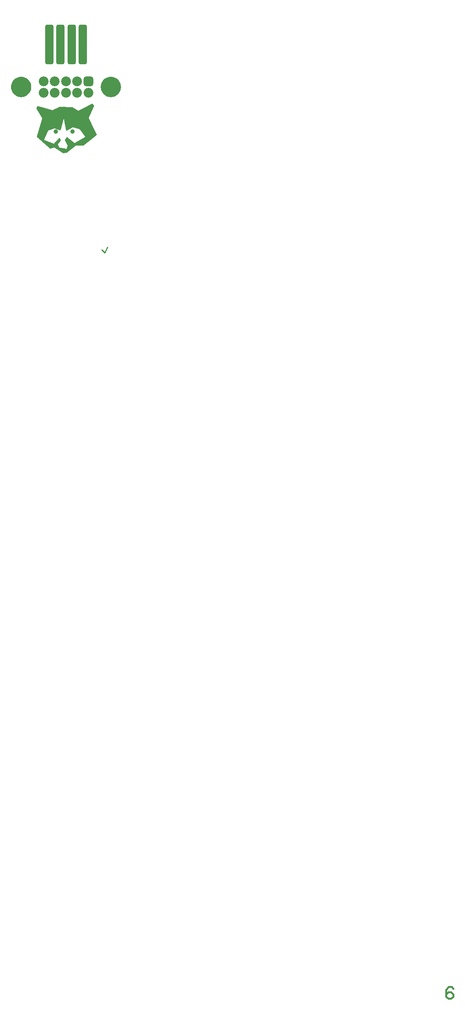
<source format=gbs>
G04*
G04  File:            CL_INTERFACE_8PIN_ADAPTER_(PCAD2006).GBS, Thu Oct 24 18:45:35 2019*
G04  Source:          P-CAD 2006 PCB, Version 19.02.958, (D:\retrocomputing\CL-interface\git\usb-current-loop-converter\pcb\cl_interface_8pin_adapter_(pcad2006).pcb)*
G04  Format:          Gerber Format (RS-274-D), ASCII*
G04*
G04  Format Options:  Absolute Positioning*
G04                   Leading-Zero Suppression*
G04                   Scale Factor 1:1*
G04                   NO Circular Interpolation*
G04                   Millimeter Units*
G04                   Numeric Format: 5.3 (XXXXX.XXX)*
G04                   G54 NOT Used for Aperture Change*
G04                   Apertures Embedded*
G04*
G04  File Options:    Offset = (0.000mm,0.000mm)*
G04                   Drill Symbol Size = 2.032mm*
G04                   No Pad/Via Holes*
G04*
G04  File Contents:   Pads*
G04                   No Vias*
G04                   No Designators*
G04                   No Types*
G04                   No Values*
G04                   No Drill Symbols*
G04                   Bot Mask*
G04*
%INCL_INTERFACE_8PIN_ADAPTER_(PCAD2006).GBS*%
%ICAS*%
%MOMM*%
G04*
G04  Aperture MACROs for general use --- invoked via D-code assignment *
G04*
G04  General MACRO for flashed round with rotation and/or offset hole *
%AMROTOFFROUND*
1,1,$1,0.0000,0.0000*
1,0,$2,$3,$4*%
G04*
G04  General MACRO for flashed oval (obround) with rotation and/or offset hole *
%AMROTOFFOVAL*
21,1,$1,$2,0.0000,0.0000,$3*
1,1,$4,$5,$6*
1,1,$4,0-$5,0-$6*
1,0,$7,$8,$9*%
G04*
G04  General MACRO for flashed oval (obround) with rotation and no hole *
%AMROTOVALNOHOLE*
21,1,$1,$2,0.0000,0.0000,$3*
1,1,$4,$5,$6*
1,1,$4,0-$5,0-$6*%
G04*
G04  General MACRO for flashed rectangle with rotation and/or offset hole *
%AMROTOFFRECT*
21,1,$1,$2,0.0000,0.0000,$3*
1,0,$4,$5,$6*%
G04*
G04  General MACRO for flashed rectangle with rotation and no hole *
%AMROTRECTNOHOLE*
21,1,$1,$2,0.0000,0.0000,$3*%
G04*
G04  General MACRO for flashed rounded-rectangle *
%AMROUNDRECT*
21,1,$1,$2-$4,0.0000,0.0000,$3*
21,1,$1-$4,$2,0.0000,0.0000,$3*
1,1,$4,$5,$6*
1,1,$4,$7,$8*
1,1,$4,0-$5,0-$6*
1,1,$4,0-$7,0-$8*
1,0,$9,$10,$11*%
G04*
G04  General MACRO for flashed rounded-rectangle with rotation and no hole *
%AMROUNDRECTNOHOLE*
21,1,$1,$2-$4,0.0000,0.0000,$3*
21,1,$1-$4,$2,0.0000,0.0000,$3*
1,1,$4,$5,$6*
1,1,$4,$7,$8*
1,1,$4,0-$5,0-$6*
1,1,$4,0-$7,0-$8*%
G04*
G04  General MACRO for flashed regular polygon *
%AMREGPOLY*
5,1,$1,0.0000,0.0000,$2,$3+$4*
1,0,$5,$6,$7*%
G04*
G04  General MACRO for flashed regular polygon with no hole *
%AMREGPOLYNOHOLE*
5,1,$1,0.0000,0.0000,$2,$3+$4*%
G04*
G04  General MACRO for target *
%AMTARGET*
6,0,0,$1,$2,$3,4,$4,$5,$6*%
G04*
G04  General MACRO for mounting hole *
%AMMTHOLE*
1,1,$1,0,0*
1,0,$2,0,0*
$1=$1-$2*
$1=$1/2*
21,1,$2+$1,$3,0,0,$4*
21,1,$3,$2+$1,0,0,$4*%
G04*
G04*
G04  D10 : "Ellipse X0.254mm Y0.254mm H0.000mm 0.0deg (0.000mm,0.000mm) Draw"*
G04  Disc: OuterDia=0.2540*
%ADD10C, 0.2540*%
G04  D11 : "Ellipse X0.300mm Y0.300mm H0.000mm 0.0deg (0.000mm,0.000mm) Draw"*
G04  Disc: OuterDia=0.3000*
%ADD11C, 0.3000*%
G04  D12 : "Ellipse X0.400mm Y0.400mm H0.000mm 0.0deg (0.000mm,0.000mm) Draw"*
G04  Disc: OuterDia=0.4000*
%ADD12C, 0.4000*%
G04  D13 : "Ellipse X0.500mm Y0.500mm H0.000mm 0.0deg (0.000mm,0.000mm) Draw"*
G04  Disc: OuterDia=0.5000*
%ADD13C, 0.5000*%
G04  D14 : "Ellipse X0.050mm Y0.050mm H0.000mm 0.0deg (0.000mm,0.000mm) Draw"*
G04  Disc: OuterDia=0.0500*
%ADD14C, 0.0500*%
G04  D15 : "Ellipse X0.100mm Y0.100mm H0.000mm 0.0deg (0.000mm,0.000mm) Draw"*
G04  Disc: OuterDia=0.1000*
%ADD15C, 0.1000*%
G04  D16 : "Ellipse X0.800mm Y0.800mm H0.000mm 0.0deg (0.000mm,0.000mm) Draw"*
G04  Disc: OuterDia=0.8000*
%ADD16C, 0.8000*%
G04  D17 : "Ellipse X1.000mm Y1.000mm H0.000mm 0.0deg (0.000mm,0.000mm) Draw"*
G04  Disc: OuterDia=1.0000*
%ADD17C, 1.0000*%
G04  D18 : "Ellipse X0.130mm Y0.130mm H0.000mm 0.0deg (0.000mm,0.000mm) Draw"*
G04  Disc: OuterDia=0.1300*
%ADD18C, 0.1300*%
G04  D19 : "Ellipse X0.167mm Y0.167mm H0.000mm 0.0deg (0.000mm,0.000mm) Draw"*
G04  Disc: OuterDia=0.1670*
%ADD19C, 0.1670*%
G04  D20 : "Ellipse X0.170mm Y0.170mm H0.000mm 0.0deg (0.000mm,0.000mm) Draw"*
G04  Disc: OuterDia=0.1700*
%ADD20C, 0.1700*%
G04  D21 : "Ellipse X0.200mm Y0.200mm H0.000mm 0.0deg (0.000mm,0.000mm) Draw"*
G04  Disc: OuterDia=0.2000*
%ADD21C, 0.2000*%
G04  D22 : "Ellipse X0.250mm Y0.250mm H0.000mm 0.0deg (0.000mm,0.000mm) Draw"*
G04  Disc: OuterDia=0.2500*
%ADD22C, 0.2500*%
G04  D23 : "Ellipse X2.881mm Y2.881mm H0.000mm 0.0deg (0.000mm,0.000mm) Flash"*
G04  Disc: OuterDia=2.8810*
%ADD23C, 2.8810*%
G04  D24 : "Ellipse X0.800mm Y0.800mm H0.000mm 0.0deg (0.000mm,0.000mm) Flash"*
G04  Disc: OuterDia=0.8000*
%ADD24C, 0.8000*%
G04  D25 : "Ellipse X1.000mm Y1.000mm H0.000mm 0.0deg (0.000mm,0.000mm) Flash"*
G04  Disc: OuterDia=1.0000*
%ADD25C, 1.0000*%
G04  D26 : "Ellipse X1.500mm Y1.500mm H0.000mm 0.0deg (0.000mm,0.000mm) Flash"*
G04  Disc: OuterDia=1.5000*
%ADD26C, 1.5000*%
G04  D27 : "Ellipse X1.800mm Y1.800mm H0.000mm 0.0deg (0.000mm,0.000mm) Flash"*
G04  Disc: OuterDia=1.8000*
%ADD27C, 1.8000*%
G04  D28 : "Ellipse X1.881mm Y1.881mm H0.000mm 0.0deg (0.000mm,0.000mm) Flash"*
G04  Disc: OuterDia=1.8810*
%ADD28C, 1.8810*%
G04  D29 : "Ellipse X2.181mm Y2.181mm H0.000mm 0.0deg (0.000mm,0.000mm) Flash"*
G04  Disc: OuterDia=2.1810*
%ADD29C, 2.1810*%
G04  D30 : "Mounting Hole X2.500mm Y2.500mm H0.000mm 0.0deg (0.000mm,0.000mm) Flash"*
G04  Mounting Hole: Diameter=2.5000, Rotation=0.0, LineWidth=0.1270 *
%ADD30MTHOLE, 2.5000 X1.9920 X0.1270 X0.0*%
G04  D31 : "Rounded Rectangle X1.500mm Y8.500mm H0.000mm 0.0deg (0.000mm,0.000mm) Flash"*
G04  RoundRct: DimX=1.5000, DimY=8.5000, CornerRad=0.3750, Rotation=0.0, OffsetX=0.0000, OffsetY=0.0000, HoleDia=0.0000 *
%ADD31ROUNDRECTNOHOLE, 1.5000 X8.5000 X0.0 X0.7500 X-0.3750 X-3.8750 X-0.3750 X3.8750*%
G04  D32 : "Rounded Rectangle X1.881mm Y8.881mm H0.000mm 0.0deg (0.000mm,0.000mm) Flash"*
G04  RoundRct: DimX=1.8810, DimY=8.8810, CornerRad=0.4703, Rotation=0.0, OffsetX=0.0000, OffsetY=0.0000, HoleDia=0.0000 *
%ADD32ROUNDRECTNOHOLE, 1.8810 X8.8810 X0.0 X0.9405 X-0.4703 X-3.9703 X-0.4703 X3.9703*%
G04  D33 : "Rounded Rectangle X1.500mm Y1.500mm H0.000mm 0.0deg (0.000mm,0.000mm) Flash"*
G04  RoundRct: DimX=1.5000, DimY=1.5000, CornerRad=0.3750, Rotation=0.0, OffsetX=0.0000, OffsetY=0.0000, HoleDia=0.0000 *
%ADD33ROUNDRECTNOHOLE, 1.5000 X1.5000 X0.0 X0.7500 X-0.3750 X-0.3750 X-0.3750 X0.3750*%
G04  D34 : "Rounded Rectangle X1.800mm Y1.800mm H0.000mm 0.0deg (0.000mm,0.000mm) Flash"*
G04  RoundRct: DimX=1.8000, DimY=1.8000, CornerRad=0.4500, Rotation=0.0, OffsetX=0.0000, OffsetY=0.0000, HoleDia=0.0000 *
%ADD34ROUNDRECTNOHOLE, 1.8000 X1.8000 X0.0 X0.9000 X-0.4500 X-0.4500 X-0.4500 X0.4500*%
G04  D35 : "Rounded Rectangle X1.881mm Y1.881mm H0.000mm 0.0deg (0.000mm,0.000mm) Flash"*
G04  RoundRct: DimX=1.8810, DimY=1.8810, CornerRad=0.4703, Rotation=0.0, OffsetX=0.0000, OffsetY=0.0000, HoleDia=0.0000 *
%ADD35ROUNDRECTNOHOLE, 1.8810 X1.8810 X0.0 X0.9405 X-0.4703 X-0.4703 X-0.4703 X0.4703*%
G04  D36 : "Rounded Rectangle X2.181mm Y2.181mm H0.000mm 0.0deg (0.000mm,0.000mm) Flash"*
G04  RoundRct: DimX=2.1810, DimY=2.1810, CornerRad=0.5453, Rotation=0.0, OffsetX=0.0000, OffsetY=0.0000, HoleDia=0.0000 *
%ADD36ROUNDRECTNOHOLE, 2.1810 X2.1810 X0.0 X1.0905 X-0.5453 X-0.5453 X-0.5453 X0.5453*%
G04  D37 : "Ellipse X0.500mm Y0.500mm H0.000mm 0.0deg (0.000mm,0.000mm) Flash"*
G04  Disc: OuterDia=0.5000*
%ADD37C, 0.5000*%
G04*
%FSLAX53Y53*%
%SFA1B1*%
%OFA0.000B0.000*%
G04*
G71*
G90*
G01*
D2*
%LNBot Mask*%
D22*
X122487Y174725*
X123122Y174090D1*
D2*
D17*
X124500Y212750*
X124250Y212732D1*
X124006Y212679*
X123773Y212591*
X123553Y212472*
X123353Y212322*
X123177Y212146*
X123027Y211946*
X122908Y211726*
X122820Y211493*
X122767Y211249*
X122750Y211000*
X122767Y210750*
X122820Y210506*
X122908Y210273*
X123027Y210053*
X123177Y209853*
X123353Y209677*
X123553Y209527*
X123773Y209408*
X124006Y209320*
X124250Y209267*
X124500Y209250*
X124749Y209267*
X124993Y209320*
X125226Y209408*
X125446Y209527*
X125646Y209677*
X125822Y209853*
X125972Y210053*
X126091Y210273*
X126179Y210506*
X126232Y210750*
X126250Y211000*
X126232Y211249*
X126179Y211493*
X126091Y211726*
X125972Y211946*
X125822Y212146*
X125646Y212322*
X125446Y212472*
X125226Y212591*
X124993Y212679*
X124749Y212732*
X124500Y212750*
D2*
D22*
X123122Y174090*
X123757Y175360D1*
D2*
D12*
X200875Y10165*
X200500Y10540D1*
X200000*
X199875*
X199250Y9915*
Y8415*
X199750Y7915*
X200375*
X200875Y8415*
Y8915*
X200375Y9415*
X199750*
X199250Y8915*
D2*
D17*
X104500Y212750*
X104250Y212732D1*
X104006Y212679*
X103773Y212591*
X103553Y212472*
X103353Y212322*
X103177Y212146*
X103027Y211946*
X102908Y211726*
X102820Y211493*
X102767Y211249*
X102750Y211000*
X102767Y210750*
X102820Y210506*
X102908Y210273*
X103027Y210053*
X103177Y209853*
X103353Y209677*
X103553Y209527*
X103773Y209408*
X104006Y209320*
X104250Y209267*
X104500Y209250*
X104749Y209267*
X104993Y209320*
X105226Y209408*
X105446Y209527*
X105646Y209677*
X105822Y209853*
X105972Y210053*
X106091Y210273*
X106179Y210506*
X106232Y210750*
X106250Y211000*
X106232Y211249*
X106179Y211493*
X106091Y211726*
X105972Y211946*
X105822Y212146*
X105646Y212322*
X105446Y212472*
X105226Y212591*
X104993Y212679*
X104749Y212732*
X104500Y212750*
D2*
D10*
X113541Y196794*
X113837D1*
X113347Y196921D2*
X113939D1*
X113153Y197047D2*
X114041D1*
X112959Y197173D2*
X113625D1*
X112765Y197300D2*
X113000D1*
X112572Y197426D2*
X112695D1*
X112378Y197553D2*
X112638D1*
X110952Y197679D2*
X111324D1*
X112185D2*
X112590D1*
X110804Y197806D2*
X111902D1*
X111932D2*
X112543D1*
X110656Y197932D2*
X112495D1*
X110507Y198059D2*
X112448D1*
X110359Y198185D2*
X111697D1*
X111846D2*
X112399D1*
X110211Y198312D2*
X111353D1*
X112009D2*
X112384D1*
X110062Y198438D2*
X111007D1*
X112132D2*
X112448D1*
X109914Y198564D2*
X110662D1*
X112254D2*
X112568D1*
X109766Y198691D2*
X110317D1*
X112377D2*
X112688D1*
X109617Y198817D2*
X109971D1*
X112500D2*
X112807D1*
X109469Y198944D2*
X109626D1*
X112622D2*
X112923D1*
X109321Y199070D2*
X109349D1*
X112745D2*
X112988D1*
X109172Y199197D2*
X109277D1*
X112868D2*
X113044D1*
X109024Y199323D2*
X109284D1*
X108876Y199450D2*
X109342D1*
X108727Y199576D2*
X109400D1*
X108579Y199702D2*
X109457D1*
X108431Y199829D2*
X109515D1*
X108282Y199955D2*
X109573D1*
X108218Y200082D2*
X109631D1*
X108256Y200208D2*
X109689D1*
X108294Y200335D2*
X109747D1*
X108332Y200461D2*
X109805D1*
X108370Y200588D2*
X109863D1*
X108408Y200714D2*
X109921D1*
X108446Y200841D2*
X109978D1*
X108484Y200967D2*
X110036D1*
X108522Y201093D2*
X110094D1*
X108560Y201220D2*
X110152D1*
X108598Y201346D2*
X110210D1*
X108636Y201473D2*
X110305D1*
X108674Y201599D2*
X110618D1*
X108712Y201726D2*
X110937D1*
X112967D2*
X113080D1*
X108750Y201852D2*
X111257D1*
X112602D2*
X113112D1*
X108788Y201979D2*
X111576D1*
X112236D2*
X113145D1*
X108826Y202105D2*
X113177D1*
X108865Y202231D2*
X113209D1*
X108903Y202358D2*
X113241D1*
X108941Y202484D2*
X113273D1*
X108979Y202611D2*
X113305D1*
X109017Y202737D2*
X113337D1*
X109055Y202864D2*
X113369D1*
X109093Y202990D2*
X113401D1*
X109131Y203117D2*
X113433D1*
X109169Y203243D2*
X113465D1*
X109207Y203370D2*
X113497D1*
X109245Y203496D2*
X113530D1*
X109283Y203622D2*
X113562D1*
X109321Y203749D2*
X113594D1*
X109359Y203875D2*
X113626D1*
X109397Y204002D2*
X113658D1*
X109398Y204128D2*
X113633D1*
X109330Y204255D2*
X113592D1*
X109257Y204381D2*
X113550D1*
X109184Y204508D2*
X113509D1*
X109111Y204634D2*
X113467D1*
X109038Y204760D2*
X113426D1*
X108965Y204887D2*
X113384D1*
X108892Y205013D2*
X113343D1*
X108819Y205140D2*
X113301D1*
X108746Y205266D2*
X113260D1*
X108673Y205393D2*
X113218D1*
X108600Y205519D2*
X113177D1*
X108527Y205646D2*
X111325D1*
X111640D2*
X113135D1*
X108454Y205772D2*
X110889D1*
X111900D2*
X113094D1*
X108381Y205899D2*
X110453D1*
X112159D2*
X113052D1*
X108308Y206025D2*
X110017D1*
X112419D2*
X113011D1*
X108235Y206151D2*
X109580D1*
X112678D2*
X112969D1*
X108162Y206278D2*
X109144D1*
X108214Y206404D2*
X108708D1*
X108267Y206531D2*
X108272D1*
X108193Y206686D2*
X108021Y206269D1*
X109248Y204143*
X109249Y204142*
X109260Y204121*
X109272Y204101*
X109272Y204099*
X109273Y204097*
X109276Y204074*
X109279Y204051*
X109278Y204049*
X109278Y204047*
X109272Y204025*
X109266Y204002*
X109264Y204001*
X108055Y199982*
X110994Y197477*
X111868Y197668*
X111869Y197669*
X111894Y197674*
X111917Y197679*
X111918Y197679*
X111918Y197679*
X111943Y197674*
X111967Y197670*
X111967Y197670*
X111968Y197670*
X111988Y197657*
X112009Y197643*
X112010Y197642*
X112798Y197127*
X113763Y196499*
X114300Y197166*
X112885Y197453*
X112870Y197453*
X112860Y197458*
X112850Y197460*
X112837Y197468*
X112824Y197474*
X112817Y197482*
X112808Y197488*
X112800Y197500*
X112790Y197511*
X112786Y197521*
X112780Y197530*
X112777Y197545*
X112522Y198221*
X112513Y198240*
X112513Y198245*
X112512Y198248*
X112512Y198270*
X112512Y198291*
X112513Y198295*
X112513Y198299*
X112522Y198318*
X112530Y198338*
X112533Y198341*
X112534Y198345*
X112550Y198360*
X113025Y198863*
X113189Y199184*
X113029Y199546*
X111862Y198343*
X111846Y198325*
X111844Y198324*
X111843Y198323*
X111822Y198314*
X111800Y198304*
X111798Y198304*
X111797Y198303*
X111773Y198303*
X111750Y198302*
X111748Y198302*
X111746Y198302*
X111724Y198311*
X109505Y199123*
X109500Y199124*
X109481Y199132*
X109462Y199139*
X109458Y199142*
X109454Y199145*
X109440Y199159*
X109425Y199173*
X109423Y199178*
X109419Y199182*
X109412Y199200*
X109404Y199219*
X109403Y199224*
X109402Y199229*
X109402Y199249*
X109402Y199269*
X109403Y199274*
X109404Y199279*
X109412Y199298*
X109419Y199317*
X109422Y199321*
X110333Y201311*
X110343Y201333*
X110344Y201334*
X110345Y201335*
X110362Y201352*
X110379Y201368*
X110381Y201369*
X110382Y201370*
X110404Y201378*
X111838Y201946*
X111857Y201955*
X111862Y201955*
X111866Y201957*
X111887Y201957*
X111907Y201958*
X111912Y201956*
X111917Y201956*
X111936Y201948*
X113160Y201525*
X113797Y204035*
X113004Y206452*
X111558Y205747*
X111539Y205736*
X111535Y205736*
X111532Y205734*
X111510Y205733*
X111488Y205730*
X111485Y205731*
X111482Y205731*
X111461Y205738*
X108193Y206686*
X113668Y196712D2*
X114658D1*
X113474Y196838D2*
X114819D1*
X113281Y196964D2*
X114980D1*
X113088Y197090D2*
X114035D1*
X114729D2*
X115140D1*
X112895Y197216D2*
X113412D1*
X114789D2*
X115301D1*
X114836Y197343D2*
X115462D1*
X114884Y197469D2*
X115623D1*
X114932Y197595D2*
X115784D1*
X114979Y197721D2*
X115945D1*
X115027Y197847D2*
X116106D1*
X115064Y197973D2*
X116266D1*
X115039Y198099D2*
X116427D1*
X114982Y198225D2*
X116598D1*
X117751D2*
X118313D1*
X114925Y198351D2*
X116264D1*
X116557D2*
X118468D1*
X114867Y198477D2*
X116104D1*
X116770D2*
X118623D1*
X114810Y198603D2*
X115944D1*
X116984D2*
X118778D1*
X114753Y198729D2*
X115784D1*
X117198D2*
X118933D1*
X114696Y198855D2*
X115623D1*
X117412D2*
X119088D1*
X114639Y198981D2*
X115463D1*
X117626D2*
X119243D1*
X114582Y199107D2*
X115303D1*
X117840D2*
X119398D1*
X114525Y199233D2*
X115143D1*
X118054D2*
X119553D1*
X114595Y199359D2*
X114983D1*
X118268D2*
X119708D1*
X114679Y199485D2*
X114823D1*
X118482D2*
X119863D1*
X118696Y199611D2*
X120018D1*
X118910Y199737D2*
X120172D1*
X119013Y199864D2*
X120327D1*
X119021Y199990D2*
X120482D1*
X118966Y200116D2*
X120637D1*
X118871Y200242D2*
X120792D1*
X118779Y200368D2*
X120947D1*
X118688Y200494D2*
X120992D1*
X118596Y200620D2*
X120931D1*
X118504Y200746D2*
X120870D1*
X118413Y200872D2*
X120808D1*
X118321Y200998D2*
X120747D1*
X118229Y201124D2*
X120686D1*
X118138Y201250D2*
X120625D1*
X118046Y201376D2*
X120564D1*
X117954Y201502D2*
X120502D1*
X117863Y201628D2*
X120441D1*
X114660Y201754D2*
X114884D1*
X117774D2*
X120380D1*
X114638Y201880D2*
X115124D1*
X117515D2*
X120319D1*
X114616Y202006D2*
X115363D1*
X117088D2*
X120258D1*
X114594Y202132D2*
X115603D1*
X116660D2*
X120197D1*
X113172Y202258D2*
X113216D1*
X114571D2*
X115842D1*
X116233D2*
X120135D1*
X113123Y202385D2*
X113248D1*
X114549D2*
X120074D1*
X113074Y202511D2*
X113280D1*
X114527D2*
X120013D1*
X113025Y202637D2*
X113311D1*
X114505D2*
X119952D1*
X112976Y202763D2*
X113343D1*
X114482D2*
X119891D1*
X112927Y202889D2*
X113375D1*
X114460D2*
X119829D1*
X112878Y203015D2*
X113407D1*
X114438D2*
X119768D1*
X112829Y203141D2*
X113439D1*
X114416D2*
X119707D1*
X112780Y203267D2*
X113471D1*
X114394D2*
X119646D1*
X112731Y203393D2*
X113503D1*
X114371D2*
X119585D1*
X112682Y203519D2*
X113535D1*
X114349D2*
X119524D1*
X112633Y203645D2*
X113567D1*
X114327D2*
X119462D1*
X112584Y203771D2*
X113599D1*
X114305D2*
X119401D1*
X112535Y203897D2*
X113631D1*
X114283D2*
X119340D1*
X112486Y204023D2*
X113663D1*
X114260D2*
X119278D1*
X112437Y204149D2*
X113695D1*
X114231D2*
X119254D1*
X112388Y204275D2*
X113829D1*
X114106D2*
X119297D1*
X112339Y204401D2*
X119355D1*
X112290Y204527D2*
X119413D1*
X112241Y204653D2*
X119471D1*
X112192Y204779D2*
X119529D1*
X112143Y204906D2*
X119587D1*
X112094Y205032D2*
X119645D1*
X112045Y205158D2*
X119703D1*
X111996Y205284D2*
X119761D1*
X111947Y205410D2*
X119819D1*
X111898Y205536D2*
X119877D1*
X111849Y205662D2*
X116921D1*
X117491D2*
X119935D1*
X111932Y205788D2*
X116690D1*
X117741D2*
X119993D1*
X112191Y205914D2*
X116458D1*
X117992D2*
X120051D1*
X112450Y206040D2*
X116227D1*
X118242D2*
X120109D1*
X112708Y206166D2*
X115996D1*
X118493D2*
X120167D1*
X112967Y206292D2*
X115394D1*
X118743D2*
X120225D1*
X118994Y206418D2*
X120283D1*
X119244Y206544D2*
X120341D1*
X119495Y206670D2*
X120399D1*
X119745Y206796D2*
X120457D1*
X119996Y206922D2*
X120383D1*
X120246Y207048D2*
X120254D1*
X120276Y207205D2*
X117269Y205692D1*
X117260Y205685*
X117246Y205681*
X117234Y205675*
X117222Y205674*
X117211Y205671*
X117197Y205672*
X117184Y205671*
X117173Y205675*
X117161Y205676*
X117149Y205682*
X117136Y205687*
X117127Y205694*
X115825Y206404*
X113107Y206501*
X111660Y205797*
X113224Y201775*
X113803Y204055*
Y204065*
X113809Y204080*
X113813Y204095*
X113818Y204103*
X113822Y204111*
X113833Y204123*
X113843Y204136*
X113851Y204141*
X113858Y204147*
X113872Y204153*
X113886Y204162*
X113896Y204163*
X113904Y204167*
X113920*
X113936Y204169*
X113945Y204167*
X113988*
X114002Y204169*
X114013Y204167*
X114025*
X114038Y204161*
X114052Y204158*
X114061Y204152*
X114071Y204147*
X114081Y204137*
X114093Y204129*
X114099Y204119*
X114107Y204111*
X114113Y204098*
X114120Y204086*
X114122Y204075*
X114127Y204065*
Y204051*
X114584Y201453*
X115949Y202171*
X115971Y202183*
X115972Y202183*
X115973Y202184*
X115997Y202186*
X116021Y202188*
X116022Y202188*
X116023Y202188*
X116046Y202181*
X117597Y201724*
X117614Y201721*
X117622Y201717*
X117630Y201714*
X117643Y201703*
X117657Y201695*
X117662Y201688*
X117669Y201682*
X117677Y201667*
X118861Y200040*
X118866Y200036*
X118876Y200019*
X118887Y200004*
X118889Y199998*
X118892Y199992*
X118894Y199973*
X118899Y199955*
X118898Y199948*
X118899Y199942*
X118894Y199924*
X118891Y199905*
X118888Y199899*
X118886Y199893*
X118875Y199878*
X118865Y199862*
X118860Y199858*
X118856Y199853*
X118839Y199843*
X118824Y199832*
X118818Y199830*
X116495Y198462*
X116494Y198461*
X116473Y198449*
X116452Y198437*
X116451Y198437*
X116450Y198436*
X116426Y198434*
X116402Y198430*
X116401Y198431*
X116399Y198430*
X116376Y198437*
X116353Y198443*
X116352Y198444*
X116351Y198444*
X116332Y198459*
X116313Y198473*
X116312Y198474*
X114699Y199745*
X114374Y199258*
X114915Y198065*
X114915Y198065*
X114936Y198019*
X114937Y197968*
X114919Y197921*
X114919Y197921*
X114652Y197214*
X114649Y197200*
X114643Y197191*
X114639Y197181*
X114629Y197170*
X114621Y197158*
X114612Y197152*
X114605Y197144*
X114591Y197138*
X114579Y197130*
X114568Y197128*
X114559Y197123*
X114544Y197123*
X114529Y197120*
X114519Y197122*
X114508Y197122*
X114494Y197127*
X112889Y197452*
X112328Y197435*
X113825Y196458*
X114574Y196485*
X116616Y198085*
X116629Y198098*
X116636Y198101*
X116641Y198105*
X116659Y198110*
X116677Y198117*
X116683Y198117*
X116690Y198119*
X116708Y198116*
X118345Y198087*
X121181Y200395*
X119404Y204057*
X119399Y204062*
X119393Y204080*
X119384Y204097*
X119384Y204103*
X119382Y204109*
X119382Y204128*
X119381Y204147*
X119383Y204153*
X119384Y204160*
X119391Y204177*
X119398Y204195*
X119402Y204200*
X120627Y206861*
X120276Y207205*
D2*
D25*
X112185Y201099D3*
X115950Y201094D3*
D32*
X113250Y220500D3*
X110750D3*
X115750D3*
X118250D3*
D23*
X104500Y211000D3*
D29*
X114500Y212250D3*
Y209750D3*
X112000Y212250D3*
Y209750D3*
X119500D3*
D36*
Y212250D3*
D23*
X124500Y211000D3*
D29*
X117000Y212250D3*
Y209750D3*
X109500Y212250D3*
Y209750D3*
D02M02*

</source>
